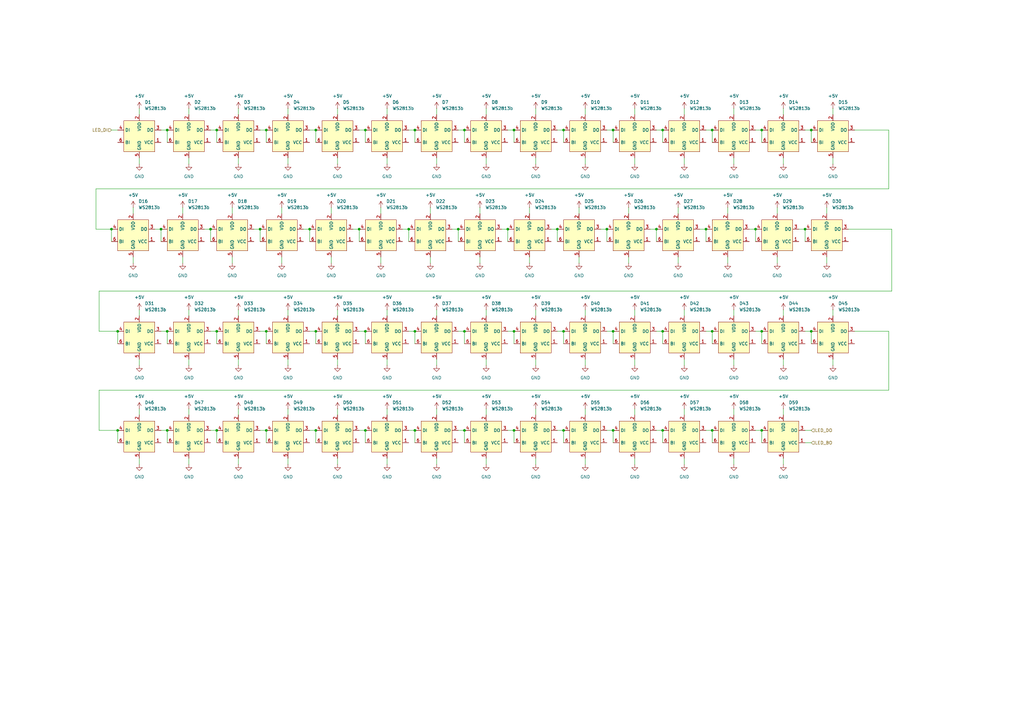
<source format=kicad_sch>
(kicad_sch (version 20231120) (generator "eeschema") (generator_version "8.0")
  (paper "A3")
  (junction (at 109.22 176.53))
  (junction (at 210.82 53.34))
  (junction (at 187.96 93.98))
  (junction (at 149.86 53.34))
  (junction (at 289.56 93.98))
  (junction (at 147.32 93.98))
  (junction (at 332.74 53.34))
  (junction (at 88.9 135.89))
  (junction (at 88.9 176.53))
  (junction (at 269.24 93.98))
  (junction (at 292.1 135.89))
  (junction (at 231.14 176.53))
  (junction (at 312.42 135.89))
  (junction (at 228.6 93.98))
  (junction (at 86.36 93.98))
  (junction (at 330.2 93.98))
  (junction (at 271.78 53.34))
  (junction (at 129.54 53.34))
  (junction (at 210.82 135.89))
  (junction (at 251.46 176.53))
  (junction (at 170.18 135.89))
  (junction (at 292.1 176.53))
  (junction (at 190.5 53.34))
  (junction (at 48.26 176.53))
  (junction (at 109.22 135.89))
  (junction (at 48.26 135.89))
  (junction (at 170.18 176.53))
  (junction (at 271.78 176.53))
  (junction (at 231.14 135.89))
  (junction (at 312.42 53.34))
  (junction (at 231.14 53.34))
  (junction (at 271.78 135.89))
  (junction (at 170.18 53.34))
  (junction (at 68.58 53.34))
  (junction (at 68.58 176.53))
  (junction (at 88.9 53.34))
  (junction (at 129.54 135.89))
  (junction (at 149.86 135.89))
  (junction (at 292.1 53.34))
  (junction (at 251.46 135.89))
  (junction (at 127 93.98))
  (junction (at 312.42 176.53))
  (junction (at 45.72 93.98))
  (junction (at 208.28 93.98))
  (junction (at 167.64 93.98))
  (junction (at 332.74 135.89))
  (junction (at 109.22 53.34))
  (junction (at 129.54 176.53))
  (junction (at 309.88 93.98))
  (junction (at 210.82 176.53))
  (junction (at 149.86 176.53))
  (junction (at 106.68 93.98))
  (junction (at 251.46 53.34))
  (junction (at 68.58 135.89))
  (junction (at 248.92 93.98))
  (junction (at 66.04 93.98))
  (junction (at 190.5 135.89))
  (junction (at 190.5 176.53))
  (wire (pts (xy 219.71 64.77) (xy 219.71 67.31)))
  (wire (pts (xy 271.78 53.34) (xy 269.24 53.34)))
  (wire (pts (xy 45.72 53.34) (xy 48.26 53.34)))
  (wire (pts (xy 292.1 135.89) (xy 289.56 135.89)))
  (wire (pts (xy 318.77 85.09) (xy 318.77 87.63)))
  (wire (pts (xy 248.92 93.98) (xy 248.92 99.06)))
  (wire (pts (xy 179.07 127) (xy 179.07 129.54)))
  (wire (pts (xy 280.67 147.32) (xy 280.67 149.86)))
  (wire (pts (xy 170.18 135.89) (xy 167.64 135.89)))
  (wire (pts (xy 251.46 176.53) (xy 248.92 176.53)))
  (wire (pts (xy 97.79 44.45) (xy 97.79 46.99)))
  (wire (pts (xy 321.31 187.96) (xy 321.31 190.5)))
  (wire (pts (xy 208.28 93.98) (xy 205.74 93.98)))
  (wire (pts (xy 312.42 135.89) (xy 312.42 140.97)))
  (wire (pts (xy 298.45 85.09) (xy 298.45 87.63)))
  (wire (pts (xy 97.79 64.77) (xy 97.79 67.31)))
  (wire (pts (xy 251.46 53.34) (xy 248.92 53.34)))
  (wire (pts (xy 330.2 93.98) (xy 327.66 93.98)))
  (wire (pts (xy 118.11 167.64) (xy 118.11 170.18)))
  (wire (pts (xy 57.15 64.77) (xy 57.15 67.31)))
  (wire (pts (xy 74.93 105.41) (xy 74.93 107.95)))
  (wire (pts (xy 66.04 93.98) (xy 63.5 93.98)))
  (wire (pts (xy 219.71 44.45) (xy 219.71 46.99)))
  (wire (pts (xy 300.99 187.96) (xy 300.99 190.5)))
  (wire (pts (xy 190.5 135.89) (xy 190.5 140.97)))
  (wire (pts (xy 74.93 85.09) (xy 74.93 87.63)))
  (wire (pts (xy 40.64 135.89) (xy 48.26 135.89)))
  (wire (pts (xy 312.42 53.34) (xy 312.42 58.42)))
  (wire (pts (xy 88.9 135.89) (xy 88.9 140.97)))
  (wire (pts (xy 199.39 64.77) (xy 199.39 67.31)))
  (wire (pts (xy 77.47 167.64) (xy 77.47 170.18)))
  (wire (pts (xy 88.9 176.53) (xy 86.36 176.53)))
  (wire (pts (xy 269.24 93.98) (xy 266.7 93.98)))
  (wire (pts (xy 260.35 147.32) (xy 260.35 149.86)))
  (wire (pts (xy 39.37 77.47) (xy 39.37 93.98)))
  (wire (pts (xy 289.56 93.98) (xy 289.56 99.06)))
  (wire (pts (xy 57.15 187.96) (xy 57.15 190.5)))
  (wire (pts (xy 88.9 53.34) (xy 88.9 58.42)))
  (wire (pts (xy 86.36 93.98) (xy 83.82 93.98)))
  (wire (pts (xy 187.96 99.06) (xy 187.96 93.98)))
  (wire (pts (xy 138.43 64.77) (xy 138.43 67.31)))
  (wire (pts (xy 280.67 187.96) (xy 280.67 190.5)))
  (wire (pts (xy 210.82 176.53) (xy 208.28 176.53)))
  (wire (pts (xy 40.64 160.02) (xy 40.64 176.53)))
  (wire (pts (xy 97.79 147.32) (xy 97.79 149.86)))
  (wire (pts (xy 109.22 135.89) (xy 106.68 135.89)))
  (wire (pts (xy 57.15 44.45) (xy 57.15 46.99)))
  (wire (pts (xy 45.72 93.98) (xy 45.72 99.06)))
  (wire (pts (xy 292.1 53.34) (xy 292.1 58.42)))
  (wire (pts (xy 167.64 93.98) (xy 167.64 99.06)))
  (wire (pts (xy 109.22 135.89) (xy 109.22 140.97)))
  (wire (pts (xy 170.18 176.53) (xy 167.64 176.53)))
  (wire (pts (xy 240.03 44.45) (xy 240.03 46.99)))
  (wire (pts (xy 364.49 160.02) (xy 40.64 160.02)))
  (wire (pts (xy 158.75 44.45) (xy 158.75 46.99)))
  (wire (pts (xy 208.28 93.98) (xy 208.28 99.06)))
  (wire (pts (xy 280.67 127) (xy 280.67 129.54)))
  (wire (pts (xy 341.63 44.45) (xy 341.63 46.99)))
  (wire (pts (xy 330.2 93.98) (xy 330.2 99.06)))
  (wire (pts (xy 309.88 93.98) (xy 307.34 93.98)))
  (wire (pts (xy 339.09 105.41) (xy 339.09 107.95)))
  (wire (pts (xy 149.86 135.89) (xy 149.86 140.97)))
  (wire (pts (xy 332.74 176.53) (xy 330.2 176.53)))
  (wire (pts (xy 332.74 181.61) (xy 330.2 181.61)))
  (wire (pts (xy 190.5 135.89) (xy 187.96 135.89)))
  (wire (pts (xy 199.39 147.32) (xy 199.39 149.86)))
  (wire (pts (xy 321.31 167.64) (xy 321.31 170.18)))
  (wire (pts (xy 240.03 64.77) (xy 240.03 67.31)))
  (wire (pts (xy 260.35 44.45) (xy 260.35 46.99)))
  (wire (pts (xy 292.1 176.53) (xy 292.1 181.61)))
  (wire (pts (xy 66.04 93.98) (xy 66.04 99.06)))
  (wire (pts (xy 321.31 44.45) (xy 321.31 46.99)))
  (wire (pts (xy 158.75 187.96) (xy 158.75 190.5)))
  (wire (pts (xy 210.82 135.89) (xy 208.28 135.89)))
  (wire (pts (xy 228.6 93.98) (xy 226.06 93.98)))
  (wire (pts (xy 271.78 135.89) (xy 271.78 140.97)))
  (wire (pts (xy 147.32 93.98) (xy 144.78 93.98)))
  (wire (pts (xy 350.52 135.89) (xy 364.49 135.89)))
  (wire (pts (xy 260.35 64.77) (xy 260.35 67.31)))
  (wire (pts (xy 118.11 44.45) (xy 118.11 46.99)))
  (wire (pts (xy 77.47 187.96) (xy 77.47 190.5)))
  (wire (pts (xy 199.39 127) (xy 199.39 129.54)))
  (wire (pts (xy 312.42 135.89) (xy 309.88 135.89)))
  (wire (pts (xy 176.53 105.41) (xy 176.53 107.95)))
  (wire (pts (xy 321.31 127) (xy 321.31 129.54)))
  (wire (pts (xy 332.74 135.89) (xy 332.74 140.97)))
  (wire (pts (xy 271.78 176.53) (xy 271.78 181.61)))
  (wire (pts (xy 364.49 53.34) (xy 364.49 77.47)))
  (wire (pts (xy 321.31 147.32) (xy 321.31 149.86)))
  (wire (pts (xy 248.92 93.98) (xy 246.38 93.98)))
  (wire (pts (xy 300.99 64.77) (xy 300.99 67.31)))
  (wire (pts (xy 190.5 176.53) (xy 187.96 176.53)))
  (wire (pts (xy 54.61 105.41) (xy 54.61 107.95)))
  (wire (pts (xy 332.74 53.34) (xy 330.2 53.34)))
  (wire (pts (xy 179.07 64.77) (xy 179.07 67.31)))
  (wire (pts (xy 240.03 187.96) (xy 240.03 190.5)))
  (wire (pts (xy 88.9 53.34) (xy 86.36 53.34)))
  (wire (pts (xy 312.42 176.53) (xy 309.88 176.53)))
  (wire (pts (xy 149.86 53.34) (xy 149.86 58.42)))
  (wire (pts (xy 237.49 105.41) (xy 237.49 107.95)))
  (wire (pts (xy 309.88 93.98) (xy 309.88 99.06)))
  (wire (pts (xy 179.07 147.32) (xy 179.07 149.86)))
  (wire (pts (xy 231.14 176.53) (xy 231.14 181.61)))
  (wire (pts (xy 231.14 135.89) (xy 228.6 135.89)))
  (wire (pts (xy 158.75 127) (xy 158.75 129.54)))
  (wire (pts (xy 167.64 93.98) (xy 165.1 93.98)))
  (wire (pts (xy 300.99 167.64) (xy 300.99 170.18)))
  (wire (pts (xy 77.47 64.77) (xy 77.47 67.31)))
  (wire (pts (xy 251.46 135.89) (xy 251.46 140.97)))
  (wire (pts (xy 138.43 127) (xy 138.43 129.54)))
  (wire (pts (xy 271.78 53.34) (xy 271.78 58.42)))
  (wire (pts (xy 138.43 167.64) (xy 138.43 170.18)))
  (wire (pts (xy 271.78 176.53) (xy 269.24 176.53)))
  (wire (pts (xy 109.22 53.34) (xy 106.68 53.34)))
  (wire (pts (xy 118.11 127) (xy 118.11 129.54)))
  (wire (pts (xy 364.49 135.89) (xy 364.49 160.02)))
  (wire (pts (xy 300.99 147.32) (xy 300.99 149.86)))
  (wire (pts (xy 129.54 135.89) (xy 127 135.89)))
  (wire (pts (xy 68.58 135.89) (xy 68.58 140.97)))
  (wire (pts (xy 149.86 53.34) (xy 147.32 53.34)))
  (wire (pts (xy 269.24 93.98) (xy 269.24 99.06)))
  (wire (pts (xy 68.58 176.53) (xy 66.04 176.53)))
  (wire (pts (xy 57.15 127) (xy 57.15 129.54)))
  (wire (pts (xy 300.99 127) (xy 300.99 129.54)))
  (wire (pts (xy 158.75 147.32) (xy 158.75 149.86)))
  (wire (pts (xy 231.14 53.34) (xy 228.6 53.34)))
  (wire (pts (xy 365.76 119.38) (xy 40.64 119.38)))
  (wire (pts (xy 347.98 93.98) (xy 365.76 93.98)))
  (wire (pts (xy 332.74 135.89) (xy 330.2 135.89)))
  (wire (pts (xy 341.63 147.32) (xy 341.63 149.86)))
  (wire (pts (xy 147.32 93.98) (xy 147.32 99.06)))
  (wire (pts (xy 199.39 187.96) (xy 199.39 190.5)))
  (wire (pts (xy 231.14 176.53) (xy 228.6 176.53)))
  (wire (pts (xy 292.1 176.53) (xy 289.56 176.53)))
  (wire (pts (xy 210.82 53.34) (xy 208.28 53.34)))
  (wire (pts (xy 365.76 93.98) (xy 365.76 119.38)))
  (wire (pts (xy 158.75 167.64) (xy 158.75 170.18)))
  (wire (pts (xy 170.18 135.89) (xy 170.18 140.97)))
  (wire (pts (xy 240.03 127) (xy 240.03 129.54)))
  (wire (pts (xy 77.47 44.45) (xy 77.47 46.99)))
  (wire (pts (xy 350.52 53.34) (xy 364.49 53.34)))
  (wire (pts (xy 321.31 64.77) (xy 321.31 67.31)))
  (wire (pts (xy 109.22 176.53) (xy 109.22 181.61)))
  (wire (pts (xy 280.67 167.64) (xy 280.67 170.18)))
  (wire (pts (xy 57.15 147.32) (xy 57.15 149.86)))
  (wire (pts (xy 68.58 135.89) (xy 66.04 135.89)))
  (wire (pts (xy 115.57 105.41) (xy 115.57 107.95)))
  (wire (pts (xy 77.47 127) (xy 77.47 129.54)))
  (wire (pts (xy 118.11 147.32) (xy 118.11 149.86)))
  (wire (pts (xy 260.35 127) (xy 260.35 129.54)))
  (wire (pts (xy 271.78 135.89) (xy 269.24 135.89)))
  (wire (pts (xy 251.46 53.34) (xy 251.46 58.42)))
  (wire (pts (xy 219.71 147.32) (xy 219.71 149.86)))
  (wire (pts (xy 190.5 53.34) (xy 187.96 53.34)))
  (wire (pts (xy 129.54 53.34) (xy 129.54 58.42)))
  (wire (pts (xy 129.54 176.53) (xy 129.54 181.61)))
  (wire (pts (xy 341.63 64.77) (xy 341.63 67.31)))
  (wire (pts (xy 40.64 176.53) (xy 48.26 176.53)))
  (wire (pts (xy 97.79 167.64) (xy 97.79 170.18)))
  (wire (pts (xy 88.9 176.53) (xy 88.9 181.61)))
  (wire (pts (xy 127 93.98) (xy 124.46 93.98)))
  (wire (pts (xy 129.54 176.53) (xy 127 176.53)))
  (wire (pts (xy 300.99 44.45) (xy 300.99 46.99)))
  (wire (pts (xy 170.18 53.34) (xy 170.18 58.42)))
  (wire (pts (xy 97.79 187.96) (xy 97.79 190.5)))
  (wire (pts (xy 318.77 105.41) (xy 318.77 107.95)))
  (wire (pts (xy 40.64 119.38) (xy 40.64 135.89)))
  (wire (pts (xy 149.86 176.53) (xy 149.86 181.61)))
  (wire (pts (xy 109.22 53.34) (xy 109.22 58.42)))
  (wire (pts (xy 219.71 127) (xy 219.71 129.54)))
  (wire (pts (xy 48.26 176.53) (xy 48.26 181.61)))
  (wire (pts (xy 176.53 85.09) (xy 176.53 87.63)))
  (wire (pts (xy 95.25 85.09) (xy 95.25 87.63)))
  (wire (pts (xy 156.21 85.09) (xy 156.21 87.63)))
  (wire (pts (xy 210.82 176.53) (xy 210.82 181.61)))
  (wire (pts (xy 179.07 167.64) (xy 179.07 170.18)))
  (wire (pts (xy 251.46 135.89) (xy 248.92 135.89)))
  (wire (pts (xy 118.11 187.96) (xy 118.11 190.5)))
  (wire (pts (xy 138.43 187.96) (xy 138.43 190.5)))
  (wire (pts (xy 158.75 64.77) (xy 158.75 67.31)))
  (wire (pts (xy 179.07 44.45) (xy 179.07 46.99)))
  (wire (pts (xy 109.22 176.53) (xy 106.68 176.53)))
  (wire (pts (xy 217.17 85.09) (xy 217.17 87.63)))
  (wire (pts (xy 199.39 167.64) (xy 199.39 170.18)))
  (wire (pts (xy 149.86 135.89) (xy 147.32 135.89)))
  (wire (pts (xy 54.61 85.09) (xy 54.61 87.63)))
  (wire (pts (xy 129.54 135.89) (xy 129.54 140.97)))
  (wire (pts (xy 138.43 44.45) (xy 138.43 46.99)))
  (wire (pts (xy 280.67 64.77) (xy 280.67 67.31)))
  (wire (pts (xy 257.81 85.09) (xy 257.81 87.63)))
  (wire (pts (xy 240.03 147.32) (xy 240.03 149.86)))
  (wire (pts (xy 68.58 53.34) (xy 66.04 53.34)))
  (wire (pts (xy 332.74 53.34) (xy 332.74 58.42)))
  (wire (pts (xy 156.21 105.41) (xy 156.21 107.95)))
  (wire (pts (xy 280.67 44.45) (xy 280.67 46.99)))
  (wire (pts (xy 292.1 53.34) (xy 289.56 53.34)))
  (wire (pts (xy 278.13 85.09) (xy 278.13 87.63)))
  (wire (pts (xy 219.71 187.96) (xy 219.71 190.5)))
  (wire (pts (xy 196.85 105.41) (xy 196.85 107.95)))
  (wire (pts (xy 135.89 85.09) (xy 135.89 87.63)))
  (wire (pts (xy 196.85 85.09) (xy 196.85 87.63)))
  (wire (pts (xy 127 93.98) (xy 127 99.06)))
  (wire (pts (xy 129.54 53.34) (xy 127 53.34)))
  (wire (pts (xy 48.26 135.89) (xy 48.26 140.97)))
  (wire (pts (xy 219.71 167.64) (xy 219.71 170.18)))
  (wire (pts (xy 106.68 93.98) (xy 104.14 93.98)))
  (wire (pts (xy 228.6 93.98) (xy 228.6 99.06)))
  (wire (pts (xy 68.58 176.53) (xy 68.58 181.61)))
  (wire (pts (xy 210.82 53.34) (xy 210.82 58.42)))
  (wire (pts (xy 339.09 85.09) (xy 339.09 87.63)))
  (wire (pts (xy 298.45 105.41) (xy 298.45 107.95)))
  (wire (pts (xy 260.35 167.64) (xy 260.35 170.18)))
  (wire (pts (xy 149.86 176.53) (xy 147.32 176.53)))
  (wire (pts (xy 97.79 127) (xy 97.79 129.54)))
  (wire (pts (xy 199.39 44.45) (xy 199.39 46.99)))
  (wire (pts (xy 237.49 85.09) (xy 237.49 87.63)))
  (wire (pts (xy 57.15 167.64) (xy 57.15 170.18)))
  (wire (pts (xy 231.14 53.34) (xy 231.14 58.42)))
  (wire (pts (xy 278.13 105.41) (xy 278.13 107.95)))
  (wire (pts (xy 312.42 53.34) (xy 309.88 53.34)))
  (wire (pts (xy 39.37 93.98) (xy 45.72 93.98)))
  (wire (pts (xy 292.1 135.89) (xy 292.1 140.97)))
  (wire (pts (xy 190.5 176.53) (xy 190.5 181.61)))
  (wire (pts (xy 289.56 93.98) (xy 287.02 93.98)))
  (wire (pts (xy 217.17 105.41) (xy 217.17 107.95)))
  (wire (pts (xy 86.36 93.98) (xy 86.36 99.06)))
  (wire (pts (xy 68.58 53.34) (xy 68.58 58.42)))
  (wire (pts (xy 77.47 147.32) (xy 77.47 149.86)))
  (wire (pts (xy 190.5 53.34) (xy 190.5 58.42)))
  (wire (pts (xy 364.49 77.47) (xy 39.37 77.47)))
  (wire (pts (xy 170.18 53.34) (xy 167.64 53.34)))
  (wire (pts (xy 231.14 135.89) (xy 231.14 140.97)))
  (wire (pts (xy 88.9 135.89) (xy 86.36 135.89)))
  (wire (pts (xy 251.46 176.53) (xy 251.46 181.61)))
  (wire (pts (xy 118.11 64.77) (xy 118.11 67.31)))
  (wire (pts (xy 260.35 187.96) (xy 260.35 190.5)))
  (wire (pts (xy 170.18 176.53) (xy 170.18 181.61)))
  (wire (pts (xy 115.57 85.09) (xy 115.57 87.63)))
  (wire (pts (xy 185.42 93.98) (xy 187.96 93.98)))
  (wire (pts (xy 106.68 93.98) (xy 106.68 99.06)))
  (wire (pts (xy 210.82 135.89) (xy 210.82 140.97)))
  (wire (pts (xy 257.81 105.41) (xy 257.81 107.95)))
  (wire (pts (xy 341.63 127) (xy 341.63 129.54)))
  (wire (pts (xy 240.03 167.64) (xy 240.03 170.18)))
  (wire (pts (xy 138.43 147.32) (xy 138.43 149.86)))
  (wire (pts (xy 179.07 187.96) (xy 179.07 190.5)))
  (wire (pts (xy 312.42 176.53) (xy 312.42 181.61)))
  (wire (pts (xy 95.25 105.41) (xy 95.25 107.95)))
  (wire (pts (xy 135.89 105.41) (xy 135.89 107.95)))
  (hierarchical_label "LED_DI" (shape input) (at 45.72 53.34 180))
  (hierarchical_label "LED_DO" (shape input) (at 332.74 176.53 0))
  (hierarchical_label "LED_BO" (shape input) (at 332.74 181.61 0))
  (symbol (lib_id "power:+5V") (at 158.75 127 0) (unit 1)
    (property "Reference" "#PWR078" (effects (hide yes)))
    (property "Value" "+5V" (at 158.75 121.92 0))
    (property "Description" "Power symbol creates a global label with name \"+5V\"" (effects (hide yes)))
  )
  (symbol (lib_id "ProjectSymbols:WS2813B-5V") (at 158.75 138.43 0) (unit 1)
    (property "Reference" "D36" (at 160.9441 124.46 0) (effects (justify left)))
    (property "Value" "WS2813b" (at 160.9441 127 0) (effects (justify left)))
    (property "Footprint" "LED_SMD:LED_WS2812_PLCC6_5.0x5.0mm_P1.6mm" (effects (hide yes)))
    (property "Datasheet" "https://www.lcsc.com/datasheet/lcsc_datasheet_2412041609_Worldsemi-WS2813B-V5_C965558.pdf" (effects (hide yes)))
  )
  (symbol (lib_id "power:GND") (at 97.79 67.31 0) (unit 1)
    (property "Reference" "#PWR030" (effects (hide yes)))
    (property "Value" "GND" (at 97.79 72.39 0))
    (property "Description" "Power symbol creates a global label with name \"GND\" , ground" (effects (hide yes)))
  )
  (symbol (lib_id "power:GND") (at 298.45 107.95 0) (unit 1)
    (property "Reference" "#PWR070" (effects (hide yes)))
    (property "Value" "GND" (at 298.45 113.03 0))
    (property "Description" "Power symbol creates a global label with name \"GND\" , ground" (effects (hide yes)))
  )
  (symbol (lib_id "ProjectSymbols:WS2813B-5V") (at 318.77 96.52 0) (unit 1)
    (property "Reference" "D29" (at 320.9641 82.55 0) (effects (justify left)))
    (property "Value" "WS2813b" (at 320.9641 85.09 0) (effects (justify left)))
    (property "Footprint" "LED_SMD:LED_WS2812_PLCC6_5.0x5.0mm_P1.6mm" (effects (hide yes)))
    (property "Datasheet" "https://www.lcsc.com/datasheet/lcsc_datasheet_2412041609_Worldsemi-WS2813B-V5_C965558.pdf" (effects (hide yes)))
  )
  (symbol (lib_id "ProjectSymbols:WS2813B-5V") (at 260.35 138.43 0) (unit 1)
    (property "Reference" "D41" (at 262.5441 124.46 0) (effects (justify left)))
    (property "Value" "WS2813b" (at 262.5441 127 0) (effects (justify left)))
    (property "Footprint" "LED_SMD:LED_WS2812_PLCC6_5.0x5.0mm_P1.6mm" (effects (hide yes)))
    (property "Datasheet" "https://www.lcsc.com/datasheet/lcsc_datasheet_2412041609_Worldsemi-WS2813B-V5_C965558.pdf" (effects (hide yes)))
  )
  (symbol (lib_id "power:GND") (at 179.07 67.31 0) (unit 1)
    (property "Reference" "#PWR034" (effects (hide yes)))
    (property "Value" "GND" (at 179.07 72.39 0))
    (property "Description" "Power symbol creates a global label with name \"GND\" , ground" (effects (hide yes)))
  )
  (symbol (lib_id "power:+5V") (at 278.13 85.09 0) (unit 1)
    (property "Reference" "#PWR054" (effects (hide yes)))
    (property "Value" "+5V" (at 278.13 80.01 0))
    (property "Description" "Power symbol creates a global label with name \"+5V\"" (effects (hide yes)))
  )
  (symbol (lib_id "ProjectSymbols:WS2813B-5V") (at 118.11 138.43 0) (unit 1)
    (property "Reference" "D34" (at 120.3041 124.46 0) (effects (justify left)))
    (property "Value" "WS2813b" (at 120.3041 127 0) (effects (justify left)))
    (property "Footprint" "LED_SMD:LED_WS2812_PLCC6_5.0x5.0mm_P1.6mm" (effects (hide yes)))
    (property "Datasheet" "https://www.lcsc.com/datasheet/lcsc_datasheet_2412041609_Worldsemi-WS2813B-V5_C965558.pdf" (effects (hide yes)))
  )
  (symbol (lib_id "power:GND") (at 240.03 67.31 0) (unit 1)
    (property "Reference" "#PWR037" (effects (hide yes)))
    (property "Value" "GND" (at 240.03 72.39 0))
    (property "Description" "Power symbol creates a global label with name \"GND\" , ground" (effects (hide yes)))
  )
  (symbol (lib_id "ProjectSymbols:WS2813B-5V") (at 57.15 138.43 0) (unit 1)
    (property "Reference" "D31" (at 59.3441 124.46 0) (effects (justify left)))
    (property "Value" "WS2813b" (at 59.3441 127 0) (effects (justify left)))
    (property "Footprint" "LED_SMD:LED_WS2812_PLCC6_5.0x5.0mm_P1.6mm" (effects (hide yes)))
    (property "Datasheet" "https://www.lcsc.com/datasheet/lcsc_datasheet_2412041609_Worldsemi-WS2813B-V5_C965558.pdf" (effects (hide yes)))
  )
  (symbol (lib_id "power:+5V") (at 158.75 167.64 0) (unit 1)
    (property "Reference" "#PWR0108" (effects (hide yes)))
    (property "Value" "+5V" (at 158.75 162.56 0))
    (property "Description" "Power symbol creates a global label with name \"+5V\"" (effects (hide yes)))
  )
  (symbol (lib_id "power:GND") (at 199.39 190.5 0) (unit 1)
    (property "Reference" "#PWR0124" (effects (hide yes)))
    (property "Value" "GND" (at 199.39 195.58 0))
    (property "Description" "Power symbol creates a global label with name \"GND\" , ground" (effects (hide yes)))
  )
  (symbol (lib_id "power:+5V") (at 97.79 167.64 0) (unit 1)
    (property "Reference" "#PWR0105" (effects (hide yes)))
    (property "Value" "+5V" (at 97.79 162.56 0))
    (property "Description" "Power symbol creates a global label with name \"+5V\"" (effects (hide yes)))
  )
  (symbol (lib_id "power:+5V") (at 321.31 167.64 0) (unit 1)
    (property "Reference" "#PWR0116" (effects (hide yes)))
    (property "Value" "+5V" (at 321.31 162.56 0))
    (property "Description" "Power symbol creates a global label with name \"+5V\"" (effects (hide yes)))
  )
  (symbol (lib_id "ProjectSymbols:WS2813B-5V") (at 74.93 96.52 0) (unit 1)
    (property "Reference" "D17" (at 77.1241 82.55 0) (effects (justify left)))
    (property "Value" "WS2813b" (at 77.1241 85.09 0) (effects (justify left)))
    (property "Footprint" "LED_SMD:LED_WS2812_PLCC6_5.0x5.0mm_P1.6mm" (effects (hide yes)))
    (property "Datasheet" "https://www.lcsc.com/datasheet/lcsc_datasheet_2412041609_Worldsemi-WS2813B-V5_C965558.pdf" (effects (hide yes)))
  )
  (symbol (lib_id "ProjectSymbols:WS2813B-5V") (at 135.89 96.52 0) (unit 1)
    (property "Reference" "D20" (at 138.0841 82.55 0) (effects (justify left)))
    (property "Value" "WS2813b" (at 138.0841 85.09 0) (effects (justify left)))
    (property "Footprint" "LED_SMD:LED_WS2812_PLCC6_5.0x5.0mm_P1.6mm" (effects (hide yes)))
    (property "Datasheet" "https://www.lcsc.com/datasheet/lcsc_datasheet_2412041609_Worldsemi-WS2813B-V5_C965558.pdf" (effects (hide yes)))
  )
  (symbol (lib_id "power:+5V") (at 54.61 85.09 0) (unit 1)
    (property "Reference" "#PWR043" (effects (hide yes)))
    (property "Value" "+5V" (at 54.61 80.01 0))
    (property "Description" "Power symbol creates a global label with name \"+5V\"" (effects (hide yes)))
  )
  (symbol (lib_id "power:GND") (at 135.89 107.95 0) (unit 1)
    (property "Reference" "#PWR062" (effects (hide yes)))
    (property "Value" "GND" (at 135.89 113.03 0))
    (property "Description" "Power symbol creates a global label with name \"GND\" , ground" (effects (hide yes)))
  )
  (symbol (lib_id "power:+5V") (at 179.07 127 0) (unit 1)
    (property "Reference" "#PWR079" (effects (hide yes)))
    (property "Value" "+5V" (at 179.07 121.92 0))
    (property "Description" "Power symbol creates a global label with name \"+5V\"" (effects (hide yes)))
  )
  (symbol (lib_id "power:+5V") (at 240.03 127 0) (unit 1)
    (property "Reference" "#PWR082" (effects (hide yes)))
    (property "Value" "+5V" (at 240.03 121.92 0))
    (property "Description" "Power symbol creates a global label with name \"+5V\"" (effects (hide yes)))
  )
  (symbol (lib_id "power:GND") (at 321.31 149.86 0) (unit 1)
    (property "Reference" "#PWR0101" (effects (hide yes)))
    (property "Value" "GND" (at 321.31 154.94 0))
    (property "Description" "Power symbol creates a global label with name \"GND\" , ground" (effects (hide yes)))
  )
  (symbol (lib_id "ProjectSymbols:WS2813B-5V") (at 54.61 96.52 0) (unit 1)
    (property "Reference" "D16" (at 56.8041 82.55 0) (effects (justify left)))
    (property "Value" "WS2813b" (at 56.8041 85.09 0) (effects (justify left)))
    (property "Footprint" "LED_SMD:LED_WS2812_PLCC6_5.0x5.0mm_P1.6mm" (effects (hide yes)))
    (property "Datasheet" "https://www.lcsc.com/datasheet/lcsc_datasheet_2412041609_Worldsemi-WS2813B-V5_C965558.pdf" (effects (hide yes)))
  )
  (symbol (lib_id "power:GND") (at 260.35 190.5 0) (unit 1)
    (property "Reference" "#PWR0127" (effects (hide yes)))
    (property "Value" "GND" (at 260.35 195.58 0))
    (property "Description" "Power symbol creates a global label with name \"GND\" , ground" (effects (hide yes)))
  )
  (symbol (lib_id "power:+5V") (at 156.21 85.09 0) (unit 1)
    (property "Reference" "#PWR048" (effects (hide yes)))
    (property "Value" "+5V" (at 156.21 80.01 0))
    (property "Description" "Power symbol creates a global label with name \"+5V\"" (effects (hide yes)))
  )
  (symbol (lib_id "ProjectSymbols:WS2813B-5V") (at 77.47 179.07 0) (unit 1)
    (property "Reference" "D47" (at 79.6641 165.1 0) (effects (justify left)))
    (property "Value" "WS2813b" (at 79.6641 167.64 0) (effects (justify left)))
    (property "Footprint" "LED_SMD:LED_WS2812_PLCC6_5.0x5.0mm_P1.6mm" (effects (hide yes)))
    (property "Datasheet" "https://www.lcsc.com/datasheet/lcsc_datasheet_2412041609_Worldsemi-WS2813B-V5_C965558.pdf" (effects (hide yes)))
  )
  (symbol (lib_id "ProjectSymbols:WS2813B-5V") (at 339.09 96.52 0) (unit 1)
    (property "Reference" "D30" (at 341.2841 82.55 0) (effects (justify left)))
    (property "Value" "WS2813b" (at 341.2841 85.09 0) (effects (justify left)))
    (property "Footprint" "LED_SMD:LED_WS2812_PLCC6_5.0x5.0mm_P1.6mm" (effects (hide yes)))
    (property "Datasheet" "https://www.lcsc.com/datasheet/lcsc_datasheet_2412041609_Worldsemi-WS2813B-V5_C965558.pdf" (effects (hide yes)))
  )
  (symbol (lib_id "ProjectSymbols:WS2813B-5V") (at 179.07 55.88 0) (unit 1)
    (property "Reference" "D7" (at 181.2641 41.91 0) (effects (justify left)))
    (property "Value" "WS2813b" (at 181.2641 44.45 0) (effects (justify left)))
    (property "Footprint" "LED_SMD:LED_WS2812_PLCC6_5.0x5.0mm_P1.6mm" (effects (hide yes)))
    (property "Datasheet" "https://www.lcsc.com/datasheet/lcsc_datasheet_2412041609_Worldsemi-WS2813B-V5_C965558.pdf" (effects (hide yes)))
  )
  (symbol (lib_id "power:+5V") (at 199.39 127 0) (unit 1)
    (property "Reference" "#PWR080" (effects (hide yes)))
    (property "Value" "+5V" (at 199.39 121.92 0))
    (property "Description" "Power symbol creates a global label with name \"+5V\"" (effects (hide yes)))
  )
  (symbol (lib_id "power:GND") (at 118.11 67.31 0) (unit 1)
    (property "Reference" "#PWR031" (effects (hide yes)))
    (property "Value" "GND" (at 118.11 72.39 0))
    (property "Description" "Power symbol creates a global label with name \"GND\" , ground" (effects (hide yes)))
  )
  (symbol (lib_id "ProjectSymbols:WS2813B-5V") (at 138.43 138.43 0) (unit 1)
    (property "Reference" "D35" (at 140.6241 124.46 0) (effects (justify left)))
    (property "Value" "WS2813b" (at 140.6241 127 0) (effects (justify left)))
    (property "Footprint" "LED_SMD:LED_WS2812_PLCC6_5.0x5.0mm_P1.6mm" (effects (hide yes)))
    (property "Datasheet" "https://www.lcsc.com/datasheet/lcsc_datasheet_2412041609_Worldsemi-WS2813B-V5_C965558.pdf" (effects (hide yes)))
  )
  (symbol (lib_id "power:GND") (at 257.81 107.95 0) (unit 1)
    (property "Reference" "#PWR068" (effects (hide yes)))
    (property "Value" "GND" (at 257.81 113.03 0))
    (property "Description" "Power symbol creates a global label with name \"GND\" , ground" (effects (hide yes)))
  )
  (symbol (lib_id "power:GND") (at 341.63 149.86 0) (unit 1)
    (property "Reference" "#PWR0102" (effects (hide yes)))
    (property "Value" "GND" (at 341.63 154.94 0))
    (property "Description" "Power symbol creates a global label with name \"GND\" , ground" (effects (hide yes)))
  )
  (symbol (lib_id "power:GND") (at 240.03 190.5 0) (unit 1)
    (property "Reference" "#PWR0126" (effects (hide yes)))
    (property "Value" "GND" (at 240.03 195.58 0))
    (property "Description" "Power symbol creates a global label with name \"GND\" , ground" (effects (hide yes)))
  )
  (symbol (lib_id "ProjectSymbols:WS2813B-5V") (at 118.11 55.88 0) (unit 1)
    (property "Reference" "D4" (at 120.3041 41.91 0) (effects (justify left)))
    (property "Value" "WS2813b" (at 120.3041 44.45 0) (effects (justify left)))
    (property "Footprint" "LED_SMD:LED_WS2812_PLCC6_5.0x5.0mm_P1.6mm" (effects (hide yes)))
    (property "Datasheet" "https://www.lcsc.com/datasheet/lcsc_datasheet_2412041609_Worldsemi-WS2813B-V5_C965558.pdf" (effects (hide yes)))
  )
  (symbol (lib_id "power:GND") (at 219.71 190.5 0) (unit 1)
    (property "Reference" "#PWR0125" (effects (hide yes)))
    (property "Value" "GND" (at 219.71 195.58 0))
    (property "Description" "Power symbol creates a global label with name \"GND\" , ground" (effects (hide yes)))
  )
  (symbol (lib_id "power:+5V") (at 298.45 85.09 0) (unit 1)
    (property "Reference" "#PWR055" (effects (hide yes)))
    (property "Value" "+5V" (at 298.45 80.01 0))
    (property "Description" "Power symbol creates a global label with name \"+5V\"" (effects (hide yes)))
  )
  (symbol (lib_id "power:+5V") (at 219.71 167.64 0) (unit 1)
    (property "Reference" "#PWR0111" (effects (hide yes)))
    (property "Value" "+5V" (at 219.71 162.56 0))
    (property "Description" "Power symbol creates a global label with name \"+5V\"" (effects (hide yes)))
  )
  (symbol (lib_id "power:+5V") (at 115.57 85.09 0) (unit 1)
    (property "Reference" "#PWR046" (effects (hide yes)))
    (property "Value" "+5V" (at 115.57 80.01 0))
    (property "Description" "Power symbol creates a global label with name \"+5V\"" (effects (hide yes)))
  )
  (symbol (lib_id "ProjectSymbols:WS2813B-5V") (at 97.79 179.07 0) (unit 1)
    (property "Reference" "D48" (at 99.9841 165.1 0) (effects (justify left)))
    (property "Value" "WS2813b" (at 99.9841 167.64 0) (effects (justify left)))
    (property "Footprint" "LED_SMD:LED_WS2812_PLCC6_5.0x5.0mm_P1.6mm" (effects (hide yes)))
    (property "Datasheet" "https://www.lcsc.com/datasheet/lcsc_datasheet_2412041609_Worldsemi-WS2813B-V5_C965558.pdf" (effects (hide yes)))
  )
  (symbol (lib_id "power:GND") (at 237.49 107.95 0) (unit 1)
    (property "Reference" "#PWR067" (effects (hide yes)))
    (property "Value" "GND" (at 237.49 113.03 0))
    (property "Description" "Power symbol creates a global label with name \"GND\" , ground" (effects (hide yes)))
  )
  (symbol (lib_id "ProjectSymbols:WS2813B-5V") (at 298.45 96.52 0) (unit 1)
    (property "Reference" "D28" (at 300.6441 82.55 0) (effects (justify left)))
    (property "Value" "WS2813b" (at 300.6441 85.09 0) (effects (justify left)))
    (property "Footprint" "LED_SMD:LED_WS2812_PLCC6_5.0x5.0mm_P1.6mm" (effects (hide yes)))
    (property "Datasheet" "https://www.lcsc.com/datasheet/lcsc_datasheet_2412041609_Worldsemi-WS2813B-V5_C965558.pdf" (effects (hide yes)))
  )
  (symbol (lib_id "ProjectSymbols:WS2813B-5V") (at 95.25 96.52 0) (unit 1)
    (property "Reference" "D18" (at 97.4441 82.55 0) (effects (justify left)))
    (property "Value" "WS2813b" (at 97.4441 85.09 0) (effects (justify left)))
    (property "Footprint" "LED_SMD:LED_WS2812_PLCC6_5.0x5.0mm_P1.6mm" (effects (hide yes)))
    (property "Datasheet" "https://www.lcsc.com/datasheet/lcsc_datasheet_2412041609_Worldsemi-WS2813B-V5_C965558.pdf" (effects (hide yes)))
  )
  (symbol (lib_id "ProjectSymbols:WS2813B-5V") (at 179.07 179.07 0) (unit 1)
    (property "Reference" "D52" (at 181.2641 165.1 0) (effects (justify left)))
    (property "Value" "WS2813b" (at 181.2641 167.64 0) (effects (justify left)))
    (property "Footprint" "LED_SMD:LED_WS2812_PLCC6_5.0x5.0mm_P1.6mm" (effects (hide yes)))
    (property "Datasheet" "https://www.lcsc.com/datasheet/lcsc_datasheet_2412041609_Worldsemi-WS2813B-V5_C965558.pdf" (effects (hide yes)))
  )
  (symbol (lib_id "power:GND") (at 118.11 149.86 0) (unit 1)
    (property "Reference" "#PWR091" (effects (hide yes)))
    (property "Value" "GND" (at 118.11 154.94 0))
    (property "Description" "Power symbol creates a global label with name \"GND\" , ground" (effects (hide yes)))
  )
  (symbol (lib_id "power:GND") (at 77.47 190.5 0) (unit 1)
    (property "Reference" "#PWR0118" (effects (hide yes)))
    (property "Value" "GND" (at 77.47 195.58 0))
    (property "Description" "Power symbol creates a global label with name \"GND\" , ground" (effects (hide yes)))
  )
  (symbol (lib_id "power:+5V") (at 339.09 85.09 0) (unit 1)
    (property "Reference" "#PWR057" (effects (hide yes)))
    (property "Value" "+5V" (at 339.09 80.01 0))
    (property "Description" "Power symbol creates a global label with name \"+5V\"" (effects (hide yes)))
  )
  (symbol (lib_id "power:+5V") (at 321.31 44.45 0) (unit 1)
    (property "Reference" "#PWR026" (effects (hide yes)))
    (property "Value" "+5V" (at 321.31 39.37 0))
    (property "Description" "Power symbol creates a global label with name \"+5V\"" (effects (hide yes)))
  )
  (symbol (lib_id "power:GND") (at 321.31 190.5 0) (unit 1)
    (property "Reference" "#PWR0130" (effects (hide yes)))
    (property "Value" "GND" (at 321.31 195.58 0))
    (property "Description" "Power symbol creates a global label with name \"GND\" , ground" (effects (hide yes)))
  )
  (symbol (lib_id "power:+5V") (at 240.03 167.64 0) (unit 1)
    (property "Reference" "#PWR0112" (effects (hide yes)))
    (property "Value" "+5V" (at 240.03 162.56 0))
    (property "Description" "Power symbol creates a global label with name \"+5V\"" (effects (hide yes)))
  )
  (symbol (lib_id "power:GND") (at 260.35 149.86 0) (unit 1)
    (property "Reference" "#PWR098" (effects (hide yes)))
    (property "Value" "GND" (at 260.35 154.94 0))
    (property "Description" "Power symbol creates a global label with name \"GND\" , ground" (effects (hide yes)))
  )
  (symbol (lib_id "power:GND") (at 318.77 107.95 0) (unit 1)
    (property "Reference" "#PWR071" (effects (hide yes)))
    (property "Value" "GND" (at 318.77 113.03 0))
    (property "Description" "Power symbol creates a global label with name \"GND\" , ground" (effects (hide yes)))
  )
  (symbol (lib_id "ProjectSymbols:WS2813B-5V") (at 176.53 96.52 0) (unit 1)
    (property "Reference" "D22" (at 178.7241 82.55 0) (effects (justify left)))
    (property "Value" "WS2813b" (at 178.7241 85.09 0) (effects (justify left)))
    (property "Footprint" "LED_SMD:LED_WS2812_PLCC6_5.0x5.0mm_P1.6mm" (effects (hide yes)))
    (property "Datasheet" "https://www.lcsc.com/datasheet/lcsc_datasheet_2412041609_Worldsemi-WS2813B-V5_C965558.pdf" (effects (hide yes)))
  )
  (symbol (lib_id "power:+5V") (at 179.07 167.64 0) (unit 1)
    (property "Reference" "#PWR0109" (effects (hide yes)))
    (property "Value" "+5V" (at 179.07 162.56 0))
    (property "Description" "Power symbol creates a global label with name \"+5V\"" (effects (hide yes)))
  )
  (symbol (lib_id "power:GND") (at 219.71 67.31 0) (unit 1)
    (property "Reference" "#PWR036" (effects (hide yes)))
    (property "Value" "GND" (at 219.71 72.39 0))
    (property "Description" "Power symbol creates a global label with name \"GND\" , ground" (effects (hide yes)))
  )
  (symbol (lib_id "ProjectSymbols:WS2813B-5V") (at 341.63 55.88 0) (unit 1)
    (property "Reference" "D15" (at 343.8241 41.91 0) (effects (justify left)))
    (property "Value" "WS2813b" (at 343.8241 44.45 0) (effects (justify left)))
    (property "Footprint" "LED_SMD:LED_WS2812_PLCC6_5.0x5.0mm_P1.6mm" (effects (hide yes)))
    (property "Datasheet" "https://www.lcsc.com/datasheet/lcsc_datasheet_2412041609_Worldsemi-WS2813B-V5_C965558.pdf" (effects (hide yes)))
  )
  (symbol (lib_id "power:+5V") (at 158.75 44.45 0) (unit 1)
    (property "Reference" "#PWR018" (effects (hide yes)))
    (property "Value" "+5V" (at 158.75 39.37 0))
    (property "Description" "Power symbol creates a global label with name \"+5V\"" (effects (hide yes)))
  )
  (symbol (lib_id "power:+5V") (at 300.99 127 0) (unit 1)
    (property "Reference" "#PWR085" (effects (hide yes)))
    (property "Value" "+5V" (at 300.99 121.92 0))
    (property "Description" "Power symbol creates a global label with name \"+5V\"" (effects (hide yes)))
  )
  (symbol (lib_id "power:+5V") (at 217.17 85.09 0) (unit 1)
    (property "Reference" "#PWR051" (effects (hide yes)))
    (property "Value" "+5V" (at 217.17 80.01 0))
    (property "Description" "Power symbol creates a global label with name \"+5V\"" (effects (hide yes)))
  )
  (symbol (lib_id "ProjectSymbols:WS2813B-5V") (at 57.15 179.07 0) (unit 1)
    (property "Reference" "D46" (at 59.3441 165.1 0) (effects (justify left)))
    (property "Value" "WS2813b" (at 59.3441 167.64 0) (effects (justify left)))
    (property "Footprint" "LED_SMD:LED_WS2812_PLCC6_5.0x5.0mm_P1.6mm" (effects (hide yes)))
    (property "Datasheet" "https://www.lcsc.com/datasheet/lcsc_datasheet_2412041609_Worldsemi-WS2813B-V5_C965558.pdf" (effects (hide yes)))
  )
  (symbol (lib_id "power:+5V") (at 176.53 85.09 0) (unit 1)
    (property "Reference" "#PWR049" (effects (hide yes)))
    (property "Value" "+5V" (at 176.53 80.01 0))
    (property "Description" "Power symbol creates a global label with name \"+5V\"" (effects (hide yes)))
  )
  (symbol (lib_id "power:+5V") (at 341.63 44.45 0) (unit 1)
    (property "Reference" "#PWR027" (effects (hide yes)))
    (property "Value" "+5V" (at 341.63 39.37 0))
    (property "Description" "Power symbol creates a global label with name \"+5V\"" (effects (hide yes)))
  )
  (symbol (lib_id "power:GND") (at 138.43 149.86 0) (unit 1)
    (property "Reference" "#PWR092" (effects (hide yes)))
    (property "Value" "GND" (at 138.43 154.94 0))
    (property "Description" "Power symbol creates a global label with name \"GND\" , ground" (effects (hide yes)))
  )
  (symbol (lib_id "power:+5V") (at 118.11 167.64 0) (unit 1)
    (property "Reference" "#PWR0106" (effects (hide yes)))
    (property "Value" "+5V" (at 118.11 162.56 0))
    (property "Description" "Power symbol creates a global label with name \"+5V\"" (effects (hide yes)))
  )
  (symbol (lib_id "power:GND") (at 280.67 149.86 0) (unit 1)
    (property "Reference" "#PWR099" (effects (hide yes)))
    (property "Value" "GND" (at 280.67 154.94 0))
    (property "Description" "Power symbol creates a global label with name \"GND\" , ground" (effects (hide yes)))
  )
  (symbol (lib_id "power:GND") (at 199.39 67.31 0) (unit 1)
    (property "Reference" "#PWR035" (effects (hide yes)))
    (property "Value" "GND" (at 199.39 72.39 0))
    (property "Description" "Power symbol creates a global label with name \"GND\" , ground" (effects (hide yes)))
  )
  (symbol (lib_id "ProjectSymbols:WS2813B-5V") (at 199.39 179.07 0) (unit 1)
    (property "Reference" "D53" (at 201.5841 165.1 0) (effects (justify left)))
    (property "Value" "WS2813b" (at 201.5841 167.64 0) (effects (justify left)))
    (property "Footprint" "LED_SMD:LED_WS2812_PLCC6_5.0x5.0mm_P1.6mm" (effects (hide yes)))
    (property "Datasheet" "https://www.lcsc.com/datasheet/lcsc_datasheet_2412041609_Worldsemi-WS2813B-V5_C965558.pdf" (effects (hide yes)))
  )
  (symbol (lib_id "ProjectSymbols:WS2813B-5V") (at 115.57 96.52 0) (unit 1)
    (property "Reference" "D19" (at 117.7641 82.55 0) (effects (justify left)))
    (property "Value" "WS2813b" (at 117.7641 85.09 0) (effects (justify left)))
    (property "Footprint" "LED_SMD:LED_WS2812_PLCC6_5.0x5.0mm_P1.6mm" (effects (hide yes)))
    (property "Datasheet" "https://www.lcsc.com/datasheet/lcsc_datasheet_2412041609_Worldsemi-WS2813B-V5_C965558.pdf" (effects (hide yes)))
  )
  (symbol (lib_id "power:GND") (at 300.99 67.31 0) (unit 1)
    (property "Reference" "#PWR040" (effects (hide yes)))
    (property "Value" "GND" (at 300.99 72.39 0))
    (property "Description" "Power symbol creates a global label with name \"GND\" , ground" (effects (hide yes)))
  )
  (symbol (lib_id "power:+5V") (at 280.67 127 0) (unit 1)
    (property "Reference" "#PWR084" (effects (hide yes)))
    (property "Value" "+5V" (at 280.67 121.92 0))
    (property "Description" "Power symbol creates a global label with name \"+5V\"" (effects (hide yes)))
  )
  (symbol (lib_id "ProjectSymbols:WS2813B-5V") (at 278.13 96.52 0) (unit 1)
    (property "Reference" "D27" (at 280.3241 82.55 0) (effects (justify left)))
    (property "Value" "WS2813b" (at 280.3241 85.09 0) (effects (justify left)))
    (property "Footprint" "LED_SMD:LED_WS2812_PLCC6_5.0x5.0mm_P1.6mm" (effects (hide yes)))
    (property "Datasheet" "https://www.lcsc.com/datasheet/lcsc_datasheet_2412041609_Worldsemi-WS2813B-V5_C965558.pdf" (effects (hide yes)))
  )
  (symbol (lib_id "power:+5V") (at 237.49 85.09 0) (unit 1)
    (property "Reference" "#PWR052" (effects (hide yes)))
    (property "Value" "+5V" (at 237.49 80.01 0))
    (property "Description" "Power symbol creates a global label with name \"+5V\"" (effects (hide yes)))
  )
  (symbol (lib_id "power:GND") (at 260.35 67.31 0) (unit 1)
    (property "Reference" "#PWR038" (effects (hide yes)))
    (property "Value" "GND" (at 260.35 72.39 0))
    (property "Description" "Power symbol creates a global label with name \"GND\" , ground" (effects (hide yes)))
  )
  (symbol (lib_id "power:GND") (at 300.99 190.5 0) (unit 1)
    (property "Reference" "#PWR0129" (effects (hide yes)))
    (property "Value" "GND" (at 300.99 195.58 0))
    (property "Description" "Power symbol creates a global label with name \"GND\" , ground" (effects (hide yes)))
  )
  (symbol (lib_id "ProjectSymbols:WS2813B-5V") (at 156.21 96.52 0) (unit 1)
    (property "Reference" "D21" (at 158.4041 82.55 0) (effects (justify left)))
    (property "Value" "WS2813b" (at 158.4041 85.09 0) (effects (justify left)))
    (property "Footprint" "LED_SMD:LED_WS2812_PLCC6_5.0x5.0mm_P1.6mm" (effects (hide yes)))
    (property "Datasheet" "https://www.lcsc.com/datasheet/lcsc_datasheet_2412041609_Worldsemi-WS2813B-V5_C965558.pdf" (effects (hide yes)))
  )
  (symbol (lib_id "power:GND") (at 57.15 67.31 0) (unit 1)
    (property "Reference" "#PWR028" (effects (hide yes)))
    (property "Value" "GND" (at 57.15 72.39 0))
    (property "Description" "Power symbol creates a global label with name \"GND\" , ground" (effects (hide yes)))
  )
  (symbol (lib_id "ProjectSymbols:WS2813B-5V") (at 199.39 138.43 0) (unit 1)
    (property "Reference" "D38" (at 201.5841 124.46 0) (effects (justify left)))
    (property "Value" "WS2813b" (at 201.5841 127 0) (effects (justify left)))
    (property "Footprint" "LED_SMD:LED_WS2812_PLCC6_5.0x5.0mm_P1.6mm" (effects (hide yes)))
    (property "Datasheet" "https://www.lcsc.com/datasheet/lcsc_datasheet_2412041609_Worldsemi-WS2813B-V5_C965558.pdf" (effects (hide yes)))
  )
  (symbol (lib_id "ProjectSymbols:WS2813B-5V") (at 199.39 55.88 0) (unit 1)
    (property "Reference" "D8" (at 201.5841 41.91 0) (effects (justify left)))
    (property "Value" "WS2813b" (at 201.5841 44.45 0) (effects (justify left)))
    (property "Footprint" "LED_SMD:LED_WS2812_PLCC6_5.0x5.0mm_P1.6mm" (effects (hide yes)))
    (property "Datasheet" "https://www.lcsc.com/datasheet/lcsc_datasheet_2412041609_Worldsemi-WS2813B-V5_C965558.pdf" (effects (hide yes)))
  )
  (symbol (lib_id "power:GND") (at 240.03 149.86 0) (unit 1)
    (property "Reference" "#PWR097" (effects (hide yes)))
    (property "Value" "GND" (at 240.03 154.94 0))
    (property "Description" "Power symbol creates a global label with name \"GND\" , ground" (effects (hide yes)))
  )
  (symbol (lib_id "power:GND") (at 57.15 149.86 0) (unit 1)
    (property "Reference" "#PWR088" (effects (hide yes)))
    (property "Value" "GND" (at 57.15 154.94 0))
    (property "Description" "Power symbol creates a global label with name \"GND\" , ground" (effects (hide yes)))
  )
  (symbol (lib_id "power:+5V") (at 318.77 85.09 0) (unit 1)
    (property "Reference" "#PWR056" (effects (hide yes)))
    (property "Value" "+5V" (at 318.77 80.01 0))
    (property "Description" "Power symbol creates a global label with name \"+5V\"" (effects (hide yes)))
  )
  (symbol (lib_id "power:GND") (at 156.21 107.95 0) (unit 1)
    (property "Reference" "#PWR063" (effects (hide yes)))
    (property "Value" "GND" (at 156.21 113.03 0))
    (property "Description" "Power symbol creates a global label with name \"GND\" , ground" (effects (hide yes)))
  )
  (symbol (lib_id "ProjectSymbols:WS2813B-5V") (at 138.43 55.88 0) (unit 1)
    (property "Reference" "D5" (at 140.6241 41.91 0) (effects (justify left)))
    (property "Value" "WS2813b" (at 140.6241 44.45 0) (effects (justify left)))
    (property "Footprint" "LED_SMD:LED_WS2812_PLCC6_5.0x5.0mm_P1.6mm" (effects (hide yes)))
    (property "Datasheet" "https://www.lcsc.com/datasheet/lcsc_datasheet_2412041609_Worldsemi-WS2813B-V5_C965558.pdf" (effects (hide yes)))
  )
  (symbol (lib_id "power:GND") (at 300.99 149.86 0) (unit 1)
    (property "Reference" "#PWR0100" (effects (hide yes)))
    (property "Value" "GND" (at 300.99 154.94 0))
    (property "Description" "Power symbol creates a global label with name \"GND\" , ground" (effects (hide yes)))
  )
  (symbol (lib_id "ProjectSymbols:WS2813B-5V") (at 97.79 138.43 0) (unit 1)
    (property "Reference" "D33" (at 99.9841 124.46 0) (effects (justify left)))
    (property "Value" "WS2813b" (at 99.9841 127 0) (effects (justify left)))
    (property "Footprint" "LED_SMD:LED_WS2812_PLCC6_5.0x5.0mm_P1.6mm" (effects (hide yes)))
    (property "Datasheet" "https://www.lcsc.com/datasheet/lcsc_datasheet_2412041609_Worldsemi-WS2813B-V5_C965558.pdf" (effects (hide yes)))
  )
  (symbol (lib_id "power:GND") (at 74.93 107.95 0) (unit 1)
    (property "Reference" "#PWR059" (effects (hide yes)))
    (property "Value" "GND" (at 74.93 113.03 0))
    (property "Description" "Power symbol creates a global label with name \"GND\" , ground" (effects (hide yes)))
  )
  (symbol (lib_id "power:GND") (at 219.71 149.86 0) (unit 1)
    (property "Reference" "#PWR096" (effects (hide yes)))
    (property "Value" "GND" (at 219.71 154.94 0))
    (property "Description" "Power symbol creates a global label with name \"GND\" , ground" (effects (hide yes)))
  )
  (symbol (lib_id "power:GND") (at 57.15 190.5 0) (unit 1)
    (property "Reference" "#PWR0117" (effects (hide yes)))
    (property "Value" "GND" (at 57.15 195.58 0))
    (property "Description" "Power symbol creates a global label with name \"GND\" , ground" (effects (hide yes)))
  )
  (symbol (lib_id "power:GND") (at 278.13 107.95 0) (unit 1)
    (property "Reference" "#PWR069" (effects (hide yes)))
    (property "Value" "GND" (at 278.13 113.03 0))
    (property "Description" "Power symbol creates a global label with name \"GND\" , ground" (effects (hide yes)))
  )
  (symbol (lib_id "power:+5V") (at 57.15 44.45 0) (unit 1)
    (property "Reference" "#PWR013" (effects (hide yes)))
    (property "Value" "+5V" (at 57.15 39.37 0))
    (property "Description" "Power symbol creates a global label with name \"+5V\"" (effects (hide yes)))
  )
  (symbol (lib_id "ProjectSymbols:WS2813B-5V") (at 179.07 138.43 0) (unit 1)
    (property "Reference" "D37" (at 181.2641 124.46 0) (effects (justify left)))
    (property "Value" "WS2813b" (at 181.2641 127 0) (effects (justify left)))
    (property "Footprint" "LED_SMD:LED_WS2812_PLCC6_5.0x5.0mm_P1.6mm" (effects (hide yes)))
    (property "Datasheet" "https://www.lcsc.com/datasheet/lcsc_datasheet_2412041609_Worldsemi-WS2813B-V5_C965558.pdf" (effects (hide yes)))
  )
  (symbol (lib_id "power:+5V") (at 199.39 44.45 0) (unit 1)
    (property "Reference" "#PWR020" (effects (hide yes)))
    (property "Value" "+5V" (at 199.39 39.37 0))
    (property "Description" "Power symbol creates a global label with name \"+5V\"" (effects (hide yes)))
  )
  (symbol (lib_id "ProjectSymbols:WS2813B-5V") (at 219.71 138.43 0) (unit 1)
    (property "Reference" "D39" (at 221.9041 124.46 0) (effects (justify left)))
    (property "Value" "WS2813b" (at 221.9041 127 0) (effects (justify left)))
    (property "Footprint" "LED_SMD:LED_WS2812_PLCC6_5.0x5.0mm_P1.6mm" (effects (hide yes)))
    (property "Datasheet" "https://www.lcsc.com/datasheet/lcsc_datasheet_2412041609_Worldsemi-WS2813B-V5_C965558.pdf" (effects (hide yes)))
  )
  (symbol (lib_id "ProjectSymbols:WS2813B-5V") (at 257.81 96.52 0) (unit 1)
    (property "Reference" "D26" (at 260.0041 82.55 0) (effects (justify left)))
    (property "Value" "WS2813b" (at 260.0041 85.09 0) (effects (justify left)))
    (property "Footprint" "LED_SMD:LED_WS2812_PLCC6_5.0x5.0mm_P1.6mm" (effects (hide yes)))
    (property "Datasheet" "https://www.lcsc.com/datasheet/lcsc_datasheet_2412041609_Worldsemi-WS2813B-V5_C965558.pdf" (effects (hide yes)))
  )
  (symbol (lib_id "power:+5V") (at 74.93 85.09 0) (unit 1)
    (property "Reference" "#PWR044" (effects (hide yes)))
    (property "Value" "+5V" (at 74.93 80.01 0))
    (property "Description" "Power symbol creates a global label with name \"+5V\"" (effects (hide yes)))
  )
  (symbol (lib_id "power:GND") (at 179.07 190.5 0) (unit 1)
    (property "Reference" "#PWR0123" (effects (hide yes)))
    (property "Value" "GND" (at 179.07 195.58 0))
    (property "Description" "Power symbol creates a global label with name \"GND\" , ground" (effects (hide yes)))
  )
  (symbol (lib_id "power:+5V") (at 260.35 167.64 0) (unit 1)
    (property "Reference" "#PWR0113" (effects (hide yes)))
    (property "Value" "+5V" (at 260.35 162.56 0))
    (property "Description" "Power symbol creates a global label with name \"+5V\"" (effects (hide yes)))
  )
  (symbol (lib_id "power:GND") (at 158.75 149.86 0) (unit 1)
    (property "Reference" "#PWR093" (effects (hide yes)))
    (property "Value" "GND" (at 158.75 154.94 0))
    (property "Description" "Power symbol creates a global label with name \"GND\" , ground" (effects (hide yes)))
  )
  (symbol (lib_id "power:GND") (at 179.07 149.86 0) (unit 1)
    (property "Reference" "#PWR094" (effects (hide yes)))
    (property "Value" "GND" (at 179.07 154.94 0))
    (property "Description" "Power symbol creates a global label with name \"GND\" , ground" (effects (hide yes)))
  )
  (symbol (lib_id "power:+5V") (at 57.15 167.64 0) (unit 1)
    (property "Reference" "#PWR0103" (effects (hide yes)))
    (property "Value" "+5V" (at 57.15 162.56 0))
    (property "Description" "Power symbol creates a global label with name \"+5V\"" (effects (hide yes)))
  )
  (symbol (lib_id "power:+5V") (at 118.11 44.45 0) (unit 1)
    (property "Reference" "#PWR016" (effects (hide yes)))
    (property "Value" "+5V" (at 118.11 39.37 0))
    (property "Description" "Power symbol creates a global label with name \"+5V\"" (effects (hide yes)))
  )
  (symbol (lib_id "power:GND") (at 196.85 107.95 0) (unit 1)
    (property "Reference" "#PWR065" (effects (hide yes)))
    (property "Value" "GND" (at 196.85 113.03 0))
    (property "Description" "Power symbol creates a global label with name \"GND\" , ground" (effects (hide yes)))
  )
  (symbol (lib_id "power:+5V") (at 300.99 44.45 0) (unit 1)
    (property "Reference" "#PWR025" (effects (hide yes)))
    (property "Value" "+5V" (at 300.99 39.37 0))
    (property "Description" "Power symbol creates a global label with name \"+5V\"" (effects (hide yes)))
  )
  (symbol (lib_id "ProjectSymbols:WS2813B-5V") (at 240.03 138.43 0) (unit 1)
    (property "Reference" "D40" (at 242.2241 124.46 0) (effects (justify left)))
    (property "Value" "WS2813b" (at 242.2241 127 0) (effects (justify left)))
    (property "Footprint" "LED_SMD:LED_WS2812_PLCC6_5.0x5.0mm_P1.6mm" (effects (hide yes)))
    (property "Datasheet" "https://www.lcsc.com/datasheet/lcsc_datasheet_2412041609_Worldsemi-WS2813B-V5_C965558.pdf" (effects (hide yes)))
  )
  (symbol (lib_id "ProjectSymbols:WS2813B-5V") (at 219.71 55.88 0) (unit 1)
    (property "Reference" "D9" (at 221.9041 41.91 0) (effects (justify left)))
    (property "Value" "WS2813b" (at 221.9041 44.45 0) (effects (justify left)))
    (property "Footprint" "LED_SMD:LED_WS2812_PLCC6_5.0x5.0mm_P1.6mm" (effects (hide yes)))
    (property "Datasheet" "https://www.lcsc.com/datasheet/lcsc_datasheet_2412041609_Worldsemi-WS2813B-V5_C965558.pdf" (effects (hide yes)))
  )
  (symbol (lib_id "power:+5V") (at 138.43 167.64 0) (unit 1)
    (property "Reference" "#PWR0107" (effects (hide yes)))
    (property "Value" "+5V" (at 138.43 162.56 0))
    (property "Description" "Power symbol creates a global label with name \"+5V\"" (effects (hide yes)))
  )
  (symbol (lib_id "power:GND") (at 199.39 149.86 0) (unit 1)
    (property "Reference" "#PWR095" (effects (hide yes)))
    (property "Value" "GND" (at 199.39 154.94 0))
    (property "Description" "Power symbol creates a global label with name \"GND\" , ground" (effects (hide yes)))
  )
  (symbol (lib_id "power:GND") (at 77.47 67.31 0) (unit 1)
    (property "Reference" "#PWR029" (effects (hide yes)))
    (property "Value" "GND" (at 77.47 72.39 0))
    (property "Description" "Power symbol creates a global label with name \"GND\" , ground" (effects (hide yes)))
  )
  (symbol (lib_id "power:+5V") (at 77.47 167.64 0) (unit 1)
    (property "Reference" "#PWR0104" (effects (hide yes)))
    (property "Value" "+5V" (at 77.47 162.56 0))
    (property "Description" "Power symbol creates a global label with name \"+5V\"" (effects (hide yes)))
  )
  (symbol (lib_id "ProjectSymbols:WS2813B-5V") (at 158.75 55.88 0) (unit 1)
    (property "Reference" "D6" (at 160.9441 41.91 0) (effects (justify left)))
    (property "Value" "WS2813b" (at 160.9441 44.45 0) (effects (justify left)))
    (property "Footprint" "LED_SMD:LED_WS2812_PLCC6_5.0x5.0mm_P1.6mm" (effects (hide yes)))
    (property "Datasheet" "https://www.lcsc.com/datasheet/lcsc_datasheet_2412041609_Worldsemi-WS2813B-V5_C965558.pdf" (effects (hide yes)))
  )
  (symbol (lib_id "power:+5V") (at 97.79 44.45 0) (unit 1)
    (property "Reference" "#PWR015" (effects (hide yes)))
    (property "Value" "+5V" (at 97.79 39.37 0))
    (property "Description" "Power symbol creates a global label with name \"+5V\"" (effects (hide yes)))
  )
  (symbol (lib_id "power:+5V") (at 321.31 127 0) (unit 1)
    (property "Reference" "#PWR086" (effects (hide yes)))
    (property "Value" "+5V" (at 321.31 121.92 0))
    (property "Description" "Power symbol creates a global label with name \"+5V\"" (effects (hide yes)))
  )
  (symbol (lib_id "ProjectSymbols:WS2813B-5V") (at 260.35 179.07 0) (unit 1)
    (property "Reference" "D56" (at 262.5441 165.1 0) (effects (justify left)))
    (property "Value" "WS2813b" (at 262.5441 167.64 0) (effects (justify left)))
    (property "Footprint" "LED_SMD:LED_WS2812_PLCC6_5.0x5.0mm_P1.6mm" (effects (hide yes)))
    (property "Datasheet" "https://www.lcsc.com/datasheet/lcsc_datasheet_2412041609_Worldsemi-WS2813B-V5_C965558.pdf" (effects (hide yes)))
  )
  (symbol (lib_id "power:GND") (at 158.75 67.31 0) (unit 1)
    (property "Reference" "#PWR033" (effects (hide yes)))
    (property "Value" "GND" (at 158.75 72.39 0))
    (property "Description" "Power symbol creates a global label with name \"GND\" , ground" (effects (hide yes)))
  )
  (symbol (lib_id "power:+5V") (at 260.35 127 0) (unit 1)
    (property "Reference" "#PWR083" (effects (hide yes)))
    (property "Value" "+5V" (at 260.35 121.92 0))
    (property "Description" "Power symbol creates a global label with name \"+5V\"" (effects (hide yes)))
  )
  (symbol (lib_id "power:GND") (at 95.25 107.95 0) (unit 1)
    (property "Reference" "#PWR060" (effects (hide yes)))
    (property "Value" "GND" (at 95.25 113.03 0))
    (property "Description" "Power symbol creates a global label with name \"GND\" , ground" (effects (hide yes)))
  )
  (symbol (lib_id "power:GND") (at 118.11 190.5 0) (unit 1)
    (property "Reference" "#PWR0120" (effects (hide yes)))
    (property "Value" "GND" (at 118.11 195.58 0))
    (property "Description" "Power symbol creates a global label with name \"GND\" , ground" (effects (hide yes)))
  )
  (symbol (lib_id "ProjectSymbols:WS2813B-5V") (at 77.47 138.43 0) (unit 1)
    (property "Reference" "D32" (at 79.6641 124.46 0) (effects (justify left)))
    (property "Value" "WS2813b" (at 79.6641 127 0) (effects (justify left)))
    (property "Footprint" "LED_SMD:LED_WS2812_PLCC6_5.0x5.0mm_P1.6mm" (effects (hide yes)))
    (property "Datasheet" "https://www.lcsc.com/datasheet/lcsc_datasheet_2412041609_Worldsemi-WS2813B-V5_C965558.pdf" (effects (hide yes)))
  )
  (symbol (lib_id "ProjectSymbols:WS2813B-5V") (at 138.43 179.07 0) (unit 1)
    (property "Reference" "D50" (at 140.6241 165.1 0) (effects (justify left)))
    (property "Value" "WS2813b" (at 140.6241 167.64 0) (effects (justify left)))
    (property "Footprint" "LED_SMD:LED_WS2812_PLCC6_5.0x5.0mm_P1.6mm" (effects (hide yes)))
    (property "Datasheet" "https://www.lcsc.com/datasheet/lcsc_datasheet_2412041609_Worldsemi-WS2813B-V5_C965558.pdf" (effects (hide yes)))
  )
  (symbol (lib_id "ProjectSymbols:WS2813B-5V") (at 240.03 55.88 0) (unit 1)
    (property "Reference" "D10" (at 242.2241 41.91 0) (effects (justify left)))
    (property "Value" "WS2813b" (at 242.2241 44.45 0) (effects (justify left)))
    (property "Footprint" "LED_SMD:LED_WS2812_PLCC6_5.0x5.0mm_P1.6mm" (effects (hide yes)))
    (property "Datasheet" "https://www.lcsc.com/datasheet/lcsc_datasheet_2412041609_Worldsemi-WS2813B-V5_C965558.pdf" (effects (hide yes)))
  )
  (symbol (lib_id "ProjectSymbols:WS2813B-5V") (at 57.15 55.88 0) (unit 1)
    (property "Reference" "D1" (at 59.3441 41.91 0) (effects (justify left)))
    (property "Value" "WS2813b" (at 59.3441 44.45 0) (effects (justify left)))
    (property "Footprint" "LED_SMD:LED_WS2812_PLCC6_5.0x5.0mm_P1.6mm" (effects (hide yes)))
    (property "Datasheet" "https://www.lcsc.com/datasheet/lcsc_datasheet_2412041609_Worldsemi-WS2813B-V5_C965558.pdf" (effects (hide yes)))
  )
  (symbol (lib_id "ProjectSymbols:WS2813B-5V") (at 280.67 55.88 0) (unit 1)
    (property "Reference" "D12" (at 282.8641 41.91 0) (effects (justify left)))
    (property "Value" "WS2813b" (at 282.8641 44.45 0) (effects (justify left)))
    (property "Footprint" "LED_SMD:LED_WS2812_PLCC6_5.0x5.0mm_P1.6mm" (effects (hide yes)))
    (property "Datasheet" "https://www.lcsc.com/datasheet/lcsc_datasheet_2412041609_Worldsemi-WS2813B-V5_C965558.pdf" (effects (hide yes)))
  )
  (symbol (lib_id "power:GND") (at 97.79 149.86 0) (unit 1)
    (property "Reference" "#PWR090" (effects (hide yes)))
    (property "Value" "GND" (at 97.79 154.94 0))
    (property "Description" "Power symbol creates a global label with name \"GND\" , ground" (effects (hide yes)))
  )
  (symbol (lib_id "power:+5V") (at 257.81 85.09 0) (unit 1)
    (property "Reference" "#PWR053" (effects (hide yes)))
    (property "Value" "+5V" (at 257.81 80.01 0))
    (property "Description" "Power symbol creates a global label with name \"+5V\"" (effects (hide yes)))
  )
  (symbol (lib_id "power:+5V") (at 118.11 127 0) (unit 1)
    (property "Reference" "#PWR076" (effects (hide yes)))
    (property "Value" "+5V" (at 118.11 121.92 0))
    (property "Description" "Power symbol creates a global label with name \"+5V\"" (effects (hide yes)))
  )
  (symbol (lib_id "ProjectSymbols:WS2813B-5V") (at 280.67 138.43 0) (unit 1)
    (property "Reference" "D42" (at 282.8641 124.46 0) (effects (justify left)))
    (property "Value" "WS2813b" (at 282.8641 127 0) (effects (justify left)))
    (property "Footprint" "LED_SMD:LED_WS2812_PLCC6_5.0x5.0mm_P1.6mm" (effects (hide yes)))
    (property "Datasheet" "https://www.lcsc.com/datasheet/lcsc_datasheet_2412041609_Worldsemi-WS2813B-V5_C965558.pdf" (effects (hide yes)))
  )
  (symbol (lib_id "power:+5V") (at 97.79 127 0) (unit 1)
    (property "Reference" "#PWR075" (effects (hide yes)))
    (property "Value" "+5V" (at 97.79 121.92 0))
    (property "Description" "Power symbol creates a global label with name \"+5V\"" (effects (hide yes)))
  )
  (symbol (lib_id "power:+5V") (at 341.63 127 0) (unit 1)
    (property "Reference" "#PWR087" (effects (hide yes)))
    (property "Value" "+5V" (at 341.63 121.92 0))
    (property "Description" "Power symbol creates a global label with name \"+5V\"" (effects (hide yes)))
  )
  (symbol (lib_id "power:GND") (at 280.67 67.31 0) (unit 1)
    (property "Reference" "#PWR039" (effects (hide yes)))
    (property "Value" "GND" (at 280.67 72.39 0))
    (property "Description" "Power symbol creates a global label with name \"GND\" , ground" (effects (hide yes)))
  )
  (symbol (lib_id "ProjectSymbols:WS2813B-5V") (at 97.79 55.88 0) (unit 1)
    (property "Reference" "D3" (at 99.9841 41.91 0) (effects (justify left)))
    (property "Value" "WS2813b" (at 99.9841 44.45 0) (effects (justify left)))
    (property "Footprint" "LED_SMD:LED_WS2812_PLCC6_5.0x5.0mm_P1.6mm" (effects (hide yes)))
    (property "Datasheet" "https://www.lcsc.com/datasheet/lcsc_datasheet_2412041609_Worldsemi-WS2813B-V5_C965558.pdf" (effects (hide yes)))
  )
  (symbol (lib_id "power:GND") (at 138.43 67.31 0) (unit 1)
    (property "Reference" "#PWR032" (effects (hide yes)))
    (property "Value" "GND" (at 138.43 72.39 0))
    (property "Description" "Power symbol creates a global label with name \"GND\" , ground" (effects (hide yes)))
  )
  (symbol (lib_id "power:GND") (at 77.47 149.86 0) (unit 1)
    (property "Reference" "#PWR089" (effects (hide yes)))
    (property "Value" "GND" (at 77.47 154.94 0))
    (property "Description" "Power symbol creates a global label with name \"GND\" , ground" (effects (hide yes)))
  )
  (symbol (lib_id "power:+5V") (at 219.71 127 0) (unit 1)
    (property "Reference" "#PWR081" (effects (hide yes)))
    (property "Value" "+5V" (at 219.71 121.92 0))
    (property "Description" "Power symbol creates a global label with name \"+5V\"" (effects (hide yes)))
  )
  (symbol (lib_id "ProjectSymbols:WS2813B-5V") (at 321.31 138.43 0) (unit 1)
    (property "Reference" "D44" (at 323.5041 124.46 0) (effects (justify left)))
    (property "Value" "WS2813b" (at 323.5041 127 0) (effects (justify left)))
    (property "Footprint" "LED_SMD:LED_WS2812_PLCC6_5.0x5.0mm_P1.6mm" (effects (hide yes)))
    (property "Datasheet" "https://www.lcsc.com/datasheet/lcsc_datasheet_2412041609_Worldsemi-WS2813B-V5_C965558.pdf" (effects (hide yes)))
  )
  (symbol (lib_id "ProjectSymbols:WS2813B-5V") (at 219.71 179.07 0) (unit 1)
    (property "Reference" "D54" (at 221.9041 165.1 0) (effects (justify left)))
    (property "Value" "WS2813b" (at 221.9041 167.64 0) (effects (justify left)))
    (property "Footprint" "LED_SMD:LED_WS2812_PLCC6_5.0x5.0mm_P1.6mm" (effects (hide yes)))
    (property "Datasheet" "https://www.lcsc.com/datasheet/lcsc_datasheet_2412041609_Worldsemi-WS2813B-V5_C965558.pdf" (effects (hide yes)))
  )
  (symbol (lib_id "ProjectSymbols:WS2813B-5V") (at 196.85 96.52 0) (unit 1)
    (property "Reference" "D23" (at 199.0441 82.55 0) (effects (justify left)))
    (property "Value" "WS2813b" (at 199.0441 85.09 0) (effects (justify left)))
    (property "Footprint" "LED_SMD:LED_WS2812_PLCC6_5.0x5.0mm_P1.6mm" (effects (hide yes)))
    (property "Datasheet" "https://www.lcsc.com/datasheet/lcsc_datasheet_2412041609_Worldsemi-WS2813B-V5_C965558.pdf" (effects (hide yes)))
  )
  (symbol (lib_id "power:GND") (at 176.53 107.95 0) (unit 1)
    (property "Reference" "#PWR064" (effects (hide yes)))
    (property "Value" "GND" (at 176.53 113.03 0))
    (property "Description" "Power symbol creates a global label with name \"GND\" , ground" (effects (hide yes)))
  )
  (symbol (lib_id "ProjectSymbols:WS2813B-5V") (at 300.99 138.43 0) (unit 1)
    (property "Reference" "D43" (at 303.1841 124.46 0) (effects (justify left)))
    (property "Value" "WS2813b" (at 303.1841 127 0) (effects (justify left)))
    (property "Footprint" "LED_SMD:LED_WS2812_PLCC6_5.0x5.0mm_P1.6mm" (effects (hide yes)))
    (property "Datasheet" "https://www.lcsc.com/datasheet/lcsc_datasheet_2412041609_Worldsemi-WS2813B-V5_C965558.pdf" (effects (hide yes)))
  )
  (symbol (lib_id "power:GND") (at 158.75 190.5 0) (unit 1)
    (property "Reference" "#PWR0122" (effects (hide yes)))
    (property "Value" "GND" (at 158.75 195.58 0))
    (property "Description" "Power symbol creates a global label with name \"GND\" , ground" (effects (hide yes)))
  )
  (symbol (lib_id "power:+5V") (at 300.99 167.64 0) (unit 1)
    (property "Reference" "#PWR0115" (effects (hide yes)))
    (property "Value" "+5V" (at 300.99 162.56 0))
    (property "Description" "Power symbol creates a global label with name \"+5V\"" (effects (hide yes)))
  )
  (symbol (lib_id "power:GND") (at 54.61 107.95 0) (unit 1)
    (property "Reference" "#PWR058" (effects (hide yes)))
    (property "Value" "GND" (at 54.61 113.03 0))
    (property "Description" "Power symbol creates a global label with name \"GND\" , ground" (effects (hide yes)))
  )
  (symbol (lib_id "ProjectSymbols:WS2813B-5V") (at 300.99 55.88 0) (unit 1)
    (property "Reference" "D13" (at 303.1841 41.91 0) (effects (justify left)))
    (property "Value" "WS2813b" (at 303.1841 44.45 0) (effects (justify left)))
    (property "Footprint" "LED_SMD:LED_WS2812_PLCC6_5.0x5.0mm_P1.6mm" (effects (hide yes)))
    (property "Datasheet" "https://www.lcsc.com/datasheet/lcsc_datasheet_2412041609_Worldsemi-WS2813B-V5_C965558.pdf" (effects (hide yes)))
  )
  (symbol (lib_id "power:GND") (at 217.17 107.95 0) (unit 1)
    (property "Reference" "#PWR066" (effects (hide yes)))
    (property "Value" "GND" (at 217.17 113.03 0))
    (property "Description" "Power symbol creates a global label with name \"GND\" , ground" (effects (hide yes)))
  )
  (symbol (lib_id "power:+5V") (at 95.25 85.09 0) (unit 1)
    (property "Reference" "#PWR045" (effects (hide yes)))
    (property "Value" "+5V" (at 95.25 80.01 0))
    (property "Description" "Power symbol creates a global label with name \"+5V\"" (effects (hide yes)))
  )
  (symbol (lib_id "power:+5V") (at 179.07 44.45 0) (unit 1)
    (property "Reference" "#PWR019" (effects (hide yes)))
    (property "Value" "+5V" (at 179.07 39.37 0))
    (property "Description" "Power symbol creates a global label with name \"+5V\"" (effects (hide yes)))
  )
  (symbol (lib_id "ProjectSymbols:WS2813B-5V") (at 300.99 179.07 0) (unit 1)
    (property "Reference" "D58" (at 303.1841 165.1 0) (effects (justify left)))
    (property "Value" "WS2813b" (at 303.1841 167.64 0) (effects (justify left)))
    (property "Footprint" "LED_SMD:LED_WS2812_PLCC6_5.0x5.0mm_P1.6mm" (effects (hide yes)))
    (property "Datasheet" "https://www.lcsc.com/datasheet/lcsc_datasheet_2412041609_Worldsemi-WS2813B-V5_C965558.pdf" (effects (hide yes)))
  )
  (symbol (lib_id "power:+5V") (at 138.43 127 0) (unit 1)
    (property "Reference" "#PWR077" (effects (hide yes)))
    (property "Value" "+5V" (at 138.43 121.92 0))
    (property "Description" "Power symbol creates a global label with name \"+5V\"" (effects (hide yes)))
  )
  (symbol (lib_id "power:+5V") (at 138.43 44.45 0) (unit 1)
    (property "Reference" "#PWR017" (effects (hide yes)))
    (property "Value" "+5V" (at 138.43 39.37 0))
    (property "Description" "Power symbol creates a global label with name \"+5V\"" (effects (hide yes)))
  )
  (symbol (lib_id "power:GND") (at 280.67 190.5 0) (unit 1)
    (property "Reference" "#PWR0128" (effects (hide yes)))
    (property "Value" "GND" (at 280.67 195.58 0))
    (property "Description" "Power symbol creates a global label with name \"GND\" , ground" (effects (hide yes)))
  )
  (symbol (lib_id "power:+5V") (at 199.39 167.64 0) (unit 1)
    (property "Reference" "#PWR0110" (effects (hide yes)))
    (property "Value" "+5V" (at 199.39 162.56 0))
    (property "Description" "Power symbol creates a global label with name \"+5V\"" (effects (hide yes)))
  )
  (symbol (lib_id "ProjectSymbols:WS2813B-5V") (at 341.63 138.43 0) (unit 1)
    (property "Reference" "D45" (at 343.8241 124.46 0) (effects (justify left)))
    (property "Value" "WS2813b" (at 343.8241 127 0) (effects (justify left)))
    (property "Footprint" "LED_SMD:LED_WS2812_PLCC6_5.0x5.0mm_P1.6mm" (effects (hide yes)))
    (property "Datasheet" "https://www.lcsc.com/datasheet/lcsc_datasheet_2412041609_Worldsemi-WS2813B-V5_C965558.pdf" (effects (hide yes)))
  )
  (symbol (lib_id "power:GND") (at 115.57 107.95 0) (unit 1)
    (property "Reference" "#PWR061" (effects (hide yes)))
    (property "Value" "GND" (at 115.57 113.03 0))
    (property "Description" "Power symbol creates a global label with name \"GND\" , ground" (effects (hide yes)))
  )
  (symbol (lib_id "ProjectSymbols:WS2813B-5V") (at 321.31 55.88 0) (unit 1)
    (property "Reference" "D14" (at 323.5041 41.91 0) (effects (justify left)))
    (property "Value" "WS2813b" (at 323.5041 44.45 0) (effects (justify left)))
    (property "Footprint" "LED_SMD:LED_WS2812_PLCC6_5.0x5.0mm_P1.6mm" (effects (hide yes)))
    (property "Datasheet" "https://www.lcsc.com/datasheet/lcsc_datasheet_2412041609_Worldsemi-WS2813B-V5_C965558.pdf" (effects (hide yes)))
  )
  (symbol (lib_id "ProjectSymbols:WS2813B-5V") (at 260.35 55.88 0) (unit 1)
    (property "Reference" "D11" (at 262.5441 41.91 0) (effects (justify left)))
    (property "Value" "WS2813b" (at 262.5441 44.45 0) (effects (justify left)))
    (property "Footprint" "LED_SMD:LED_WS2812_PLCC6_5.0x5.0mm_P1.6mm" (effects (hide yes)))
    (property "Datasheet" "https://www.lcsc.com/datasheet/lcsc_datasheet_2412041609_Worldsemi-WS2813B-V5_C965558.pdf" (effects (hide yes)))
  )
  (symbol (lib_id "power:+5V") (at 280.67 167.64 0) (unit 1)
    (property "Reference" "#PWR0114" (effects (hide yes)))
    (property "Value" "+5V" (at 280.67 162.56 0))
    (property "Description" "Power symbol creates a global label with name \"+5V\"" (effects (hide yes)))
  )
  (symbol (lib_id "power:GND") (at 138.43 190.5 0) (unit 1)
    (property "Reference" "#PWR0121" (effects (hide yes)))
    (property "Value" "GND" (at 138.43 195.58 0))
    (property "Description" "Power symbol creates a global label with name \"GND\" , ground" (effects (hide yes)))
  )
  (symbol (lib_id "power:+5V") (at 219.71 44.45 0) (unit 1)
    (property "Reference" "#PWR021" (effects (hide yes)))
    (property "Value" "+5V" (at 219.71 39.37 0))
    (property "Description" "Power symbol creates a global label with name \"+5V\"" (effects (hide yes)))
  )
  (symbol (lib_id "ProjectSymbols:WS2813B-5V") (at 240.03 179.07 0) (unit 1)
    (property "Reference" "D55" (at 242.2241 165.1 0) (effects (justify left)))
    (property "Value" "WS2813b" (at 242.2241 167.64 0) (effects (justify left)))
    (property "Footprint" "LED_SMD:LED_WS2812_PLCC6_5.0x5.0mm_P1.6mm" (effects (hide yes)))
    (property "Datasheet" "https://www.lcsc.com/datasheet/lcsc_datasheet_2412041609_Worldsemi-WS2813B-V5_C965558.pdf" (effects (hide yes)))
  )
  (symbol (lib_id "ProjectSymbols:WS2813B-5V") (at 118.11 179.07 0) (unit 1)
    (property "Reference" "D49" (at 120.3041 165.1 0) (effects (justify left)))
    (property "Value" "WS2813b" (at 120.3041 167.64 0) (effects (justify left)))
    (property "Footprint" "LED_SMD:LED_WS2812_PLCC6_5.0x5.0mm_P1.6mm" (effects (hide yes)))
    (property "Datasheet" "https://www.lcsc.com/datasheet/lcsc_datasheet_2412041609_Worldsemi-WS2813B-V5_C965558.pdf" (effects (hide yes)))
  )
  (symbol (lib_id "ProjectSymbols:WS2813B-5V") (at 321.31 179.07 0) (unit 1)
    (property "Reference" "D59" (at 323.5041 165.1 0) (effects (justify left)))
    (property "Value" "WS2813b" (at 323.5041 167.64 0) (effects (justify left)))
    (property "Footprint" "LED_SMD:LED_WS2812_PLCC6_5.0x5.0mm_P1.6mm" (effects (hide yes)))
    (property "Datasheet" "https://www.lcsc.com/datasheet/lcsc_datasheet_2412041609_Worldsemi-WS2813B-V5_C965558.pdf" (effects (hide yes)))
  )
  (symbol (lib_id "ProjectSymbols:WS2813B-5V") (at 280.67 179.07 0) (unit 1)
    (property "Reference" "D57" (at 282.8641 165.1 0) (effects (justify left)))
    (property "Value" "WS2813b" (at 282.8641 167.64 0) (effects (justify left)))
    (property "Footprint" "LED_SMD:LED_WS2812_PLCC6_5.0x5.0mm_P1.6mm" (effects (hide yes)))
    (property "Datasheet" "https://www.lcsc.com/datasheet/lcsc_datasheet_2412041609_Worldsemi-WS2813B-V5_C965558.pdf" (effects (hide yes)))
  )
  (symbol (lib_id "power:GND") (at 339.09 107.95 0) (unit 1)
    (property "Reference" "#PWR072" (effects (hide yes)))
    (property "Value" "GND" (at 339.09 113.03 0))
    (property "Description" "Power symbol creates a global label with name \"GND\" , ground" (effects (hide yes)))
  )
  (symbol (lib_id "power:+5V") (at 135.89 85.09 0) (unit 1)
    (property "Reference" "#PWR047" (effects (hide yes)))
    (property "Value" "+5V" (at 135.89 80.01 0))
    (property "Description" "Power symbol creates a global label with name \"+5V\"" (effects (hide yes)))
  )
  (symbol (lib_id "power:GND") (at 341.63 67.31 0) (unit 1)
    (property "Reference" "#PWR042" (effects (hide yes)))
    (property "Value" "GND" (at 341.63 72.39 0))
    (property "Description" "Power symbol creates a global label with name \"GND\" , ground" (effects (hide yes)))
  )
  (symbol (lib_id "ProjectSymbols:WS2813B-5V") (at 77.47 55.88 0) (unit 1)
    (property "Reference" "D2" (at 79.6641 41.91 0) (effects (justify left)))
    (property "Value" "WS2813b" (at 79.6641 44.45 0) (effects (justify left)))
    (property "Footprint" "LED_SMD:LED_WS2812_PLCC6_5.0x5.0mm_P1.6mm" (effects (hide yes)))
    (property "Datasheet" "https://www.lcsc.com/datasheet/lcsc_datasheet_2412041609_Worldsemi-WS2813B-V5_C965558.pdf" (effects (hide yes)))
  )
  (symbol (lib_id "power:GND") (at 321.31 67.31 0) (unit 1)
    (property "Reference" "#PWR041" (effects (hide yes)))
    (property "Value" "GND" (at 321.31 72.39 0))
    (property "Description" "Power symbol creates a global label with name \"GND\" , ground" (effects (hide yes)))
  )
  (symbol (lib_id "power:+5V") (at 77.47 127 0) (unit 1)
    (property "Reference" "#PWR074" (effects (hide yes)))
    (property "Value" "+5V" (at 77.47 121.92 0))
    (property "Description" "Power symbol creates a global label with name \"+5V\"" (effects (hide yes)))
  )
  (symbol (lib_id "ProjectSymbols:WS2813B-5V") (at 237.49 96.52 0) (unit 1)
    (property "Reference" "D25" (at 239.6841 82.55 0) (effects (justify left)))
    (property "Value" "WS2813b" (at 239.6841 85.09 0) (effects (justify left)))
    (property "Footprint" "LED_SMD:LED_WS2812_PLCC6_5.0x5.0mm_P1.6mm" (effects (hide yes)))
    (property "Datasheet" "https://www.lcsc.com/datasheet/lcsc_datasheet_2412041609_Worldsemi-WS2813B-V5_C965558.pdf" (effects (hide yes)))
  )
  (symbol (lib_id "ProjectSymbols:WS2813B-5V") (at 217.17 96.52 0) (unit 1)
    (property "Reference" "D24" (at 219.3641 82.55 0) (effects (justify left)))
    (property "Value" "WS2813b" (at 219.3641 85.09 0) (effects (justify left)))
    (property "Footprint" "LED_SMD:LED_WS2812_PLCC6_5.0x5.0mm_P1.6mm" (effects (hide yes)))
    (property "Datasheet" "https://www.lcsc.com/datasheet/lcsc_datasheet_2412041609_Worldsemi-WS2813B-V5_C965558.pdf" (effects (hide yes)))
  )
  (symbol (lib_id "ProjectSymbols:WS2813B-5V") (at 158.75 179.07 0) (unit 1)
    (property "Reference" "D51" (at 160.9441 165.1 0) (effects (justify left)))
    (property "Value" "WS2813b" (at 160.9441 167.64 0) (effects (justify left)))
    (property "Footprint" "LED_SMD:LED_WS2812_PLCC6_5.0x5.0mm_P1.6mm" (effects (hide yes)))
    (property "Datasheet" "https://www.lcsc.com/datasheet/lcsc_datasheet_2412041609_Worldsemi-WS2813B-V5_C965558.pdf" (effects (hide yes)))
  )
  (symbol (lib_id "power:+5V") (at 280.67 44.45 0) (unit 1)
    (property "Reference" "#PWR024" (effects (hide yes)))
    (property "Value" "+5V" (at 280.67 39.37 0))
    (property "Description" "Power symbol creates a global label with name \"+5V\"" (effects (hide yes)))
  )
  (symbol (lib_id "power:+5V") (at 260.35 44.45 0) (unit 1)
    (property "Reference" "#PWR023" (effects (hide yes)))
    (property "Value" "+5V" (at 260.35 39.37 0))
    (property "Description" "Power symbol creates a global label with name \"+5V\"" (effects (hide yes)))
  )
  (symbol (lib_id "power:GND") (at 97.79 190.5 0) (unit 1)
    (property "Reference" "#PWR0119" (effects (hide yes)))
    (property "Value" "GND" (at 97.79 195.58 0))
    (property "Description" "Power symbol creates a global label with name \"GND\" , ground" (effects (hide yes)))
  )
  (symbol (lib_id "power:+5V") (at 196.85 85.09 0) (unit 1)
    (property "Reference" "#PWR050" (effects (hide yes)))
    (property "Value" "+5V" (at 196.85 80.01 0))
    (property "Description" "Power symbol creates a global label with name \"+5V\"" (effects (hide yes)))
  )
  (symbol (lib_id "power:+5V") (at 240.03 44.45 0) (unit 1)
    (property "Reference" "#PWR022" (effects (hide yes)))
    (property "Value" "+5V" (at 240.03 39.37 0))
    (property "Description" "Power symbol creates a global label with name \"+5V\"" (effects (hide yes)))
  )
  (symbol (lib_id "power:+5V") (at 77.47 44.45 0) (unit 1)
    (property "Reference" "#PWR014" (effects (hide yes)))
    (property "Value" "+5V" (at 77.47 39.37 0))
    (property "Description" "Power symbol creates a global label with name \"+5V\"" (effects (hide yes)))
  )
  (symbol (lib_id "power:+5V") (at 57.15 127 0) (unit 1)
    (property "Reference" "#PWR073" (effects (hide yes)))
    (property "Value" "+5V" (at 57.15 121.92 0))
    (property "Description" "Power symbol creates a global label with name \"+5V\"" (effects (hide yes)))
  )
)
</source>
